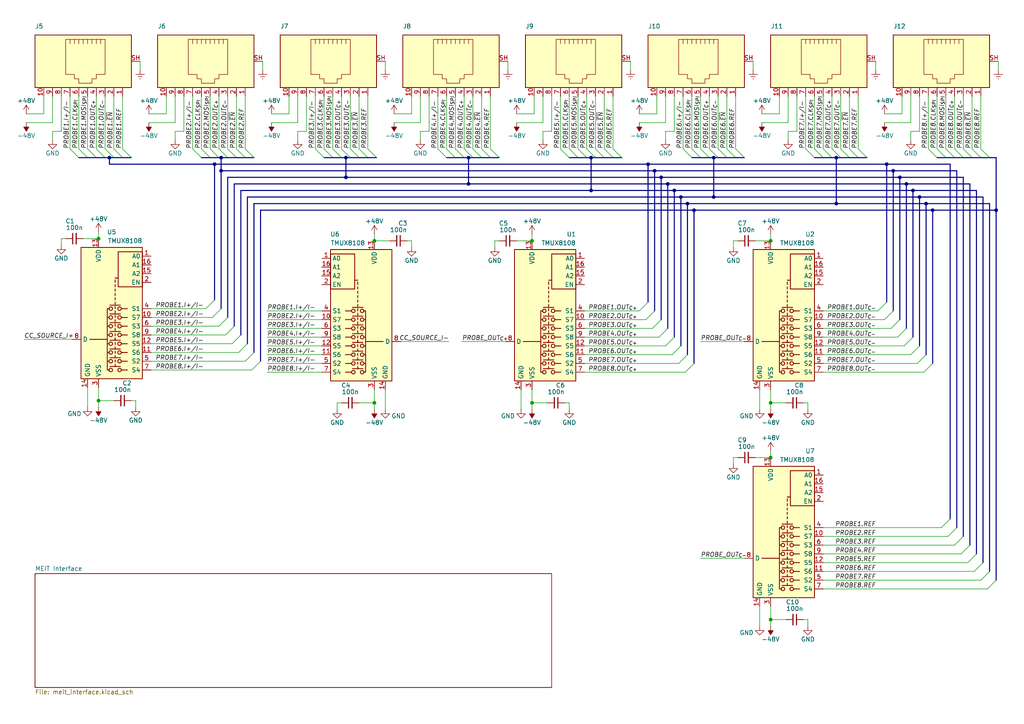
<source format=kicad_sch>
(kicad_sch (version 20230121) (generator eeschema)
  (paper "A4")
  (title_block (title "MEIT - Multiplexer unit ") (date "2024-05-27") (rev "1.0") (company "Roman Vaněk") (comment 1 "Schematic diagram KiCad 7.0") (comment 2 "Roman Vaněk"))
  (lib_symbols
    (symbol "Device:C_Small" (pin_numbers hide) (pin_names (offset 0.254) hide)
      (property "Reference" "C" (at 0.254 1.778 0))
      (property "Value" "C_Small" (at 0.254 -2.032 0))
      (symbol "C_Small_1_1"
        (pin passive line (at 0 2.54 270) (length 2.032) (name "~") (number "1"))
        (pin passive line (at 0 -2.54 90) (length 2.032) (name "~") (number "2"))
      )
    )
    (symbol "USER_ANALOG:TMUX8108"
      (property "Reference" "U2" (at -11.43 25.4 0))
      (property "Value" "TMUX8108" (at -10.16 22.86 0))
      (symbol "TMUX8108_0_0"
        (pin power_in line (at 8.255 -20.32 90) (length 2.54) (name "GND") (number "14"))
      )
      (symbol "TMUX8108_1_1"
        (pin input line (at -10.16 17.78 0) (length 2.54) (name "A0") (number "1"))
        (pin bidirectional line (at -10.16 0 0) (length 2.54) (name "S7") (number "10"))
        (pin bidirectional line (at -10.16 -10.16 0) (length 2.54) (name "S6") (number "11"))
        (pin bidirectional line (at -10.16 -7.62 0) (length 2.54) (name "S5") (number "12"))
        (pin power_in line (at 5.08 22.86 270) (length 2.54) (name "VDD") (number "13"))
        (pin input line (at -10.16 12.7 0) (length 2.54) (name "A2") (number "15"))
        (pin input line (at -10.16 15.24 0) (length 2.54) (name "A1") (number "16"))
        (pin input line (at -10.16 10.16 0) (length 2.54) (name "EN") (number "2"))
        (pin power_in line (at 5.08 -20.32 90) (length 2.54) (name "VSS") (number "3"))
        (pin bidirectional line (at -10.16 2.54 0) (length 2.54) (name "S1") (number "4"))
        (pin bidirectional line (at -10.16 -12.7 0) (length 2.54) (name "S2") (number "5"))
        (pin bidirectional line (at -10.16 -2.54 0) (length 2.54) (name "S3") (number "6"))
        (pin bidirectional line (at -10.16 -15.24 0) (length 2.54) (name "S4") (number "7"))
        (pin bidirectional line (at 12.7 -6.35 180) (length 2.54) (name "D") (number "8"))
        (pin bidirectional line (at -10.16 -5.08 0) (length 2.54) (name "S8") (number "9"))
      )
    )
    (symbol "USER_CONN:10P10C_Shielded" (pin_names (offset 1.016))
      (property "Reference" "J" (at -5.08 16.51 0))
      (property "Value" "10P10C_Shielded" (at 2.54 16.51 0))
      (symbol "10P10C_Shielded_1_1"
        (pin passive line (at 10.16 -10.16 180) (length 2.54) (name "~") (number "1"))
        (pin passive line (at 10.16 12.7 180) (length 2.54) (name "~") (number "10"))
        (pin passive line (at 10.16 -7.62 180) (length 2.54) (name "~") (number "2"))
        (pin passive line (at 10.16 -5.08 180) (length 2.54) (name "~") (number "3"))
        (pin passive line (at 10.16 -2.54 180) (length 2.54) (name "~") (number "4"))
        (pin passive line (at 10.16 0 180) (length 2.54) (name "~") (number "5"))
        (pin passive line (at 10.16 2.54 180) (length 2.54) (name "~") (number "6"))
        (pin passive line (at 10.16 5.08 180) (length 2.54) (name "~") (number "7"))
        (pin passive line (at 10.16 7.62 180) (length 2.54) (name "~") (number "8"))
        (pin passive line (at 10.16 10.16 180) (length 2.54) (name "~") (number "9"))
        (pin passive line (at 0 -15.24 90) (length 2.54) (name "~") (number "SH"))
      )
    )
    (symbol "power:+48V" (power) (pin_names (offset 0))
      (property "Value" "+48V" (at 0 3.556 0))
      (symbol "+48V_1_1"
        (pin power_in line (at 0 0 90) (length 0) hide (name "+48V") (number "1"))
      )
    )
    (symbol "power:-48V" (power) (pin_names (offset 0))
      (property "Value" "-48V" (at 0 3.81 0))
      (symbol "-48V_0_0"
        (pin power_in line (at 0 0 90) (length 0) hide (name "-48V") (number "1"))
      )
    )
    (symbol "power:Earth" (power) (pin_names (offset 0))
      (symbol "Earth_1_1"
        (pin power_in line (at 0 0 270) (length 0) hide (name "Earth") (number "1"))
      )
    )
    (symbol "power:GND" (power) (pin_names (offset 0))
      (property "Value" "GND" (at 0 -3.81 0))
      (symbol "GND_1_1"
        (pin power_in line (at 0 0 270) (length 0) hide (name "GND") (number "1"))
      )
    )
  )
  (junction (at 223.52 116.84))
  (junction (at 64.135 49.53))
  (junction (at 223.52 132.715))
  (junction (at 106.68 -34.925))
  (junction (at 171.45 55.245))
  (junction (at 195.58 55.245))
  (junction (at 100.33 51.435))
  (junction (at 266.7 57.15))
  (junction (at 108.585 116.84))
  (junction (at 270.51 60.96))
  (junction (at 100.33 45.72))
  (junction (at 259.08 49.53))
  (junction (at 191.77 51.435))
  (junction (at 207.01 57.15))
  (junction (at 268.605 59.055))
  (junction (at 223.52 69.85))
  (junction (at 193.675 53.34))
  (junction (at 31.75 45.72))
  (junction (at 197.485 57.15))
  (junction (at 223.52 179.705))
  (junction (at 242.57 59.055))
  (junction (at 201.295 60.96))
  (junction (at 288.925 60.96))
  (junction (at 171.45 45.72))
  (junction (at 135.89 45.72))
  (junction (at 262.89 53.34))
  (junction (at 28.575 116.205))
  (junction (at 154.305 69.85))
  (junction (at 108.585 69.85))
  (junction (at 264.795 55.245))
  (junction (at 242.57 45.72))
  (junction (at 260.985 51.435))
  (junction (at 187.96 47.625))
  (junction (at 199.39 59.055))
  (junction (at 257.175 47.625))
  (junction (at 62.23 47.625))
  (junction (at 135.89 53.34))
  (junction (at 189.865 49.53))
  (junction (at 154.305 116.84))
  (junction (at 207.01 45.72))
  (junction (at 64.135 45.72))
  (junction (at 28.575 69.215))
  (bus_entry (at 137.16 43.18) (size 2.54 2.54))
  (bus_entry (at 63.5 94.615) (size 2.54 -2.54))
  (bus_entry (at 284.48 43.18) (size 2.54 2.54))
  (bus_entry (at 61.595 92.075) (size 2.54 -2.54))
  (bus_entry (at 196.85 105.41) (size 2.54 -2.54))
  (bus_entry (at 66.04 43.18) (size 2.54 2.54))
  (bus_entry (at 254.635 90.17) (size 2.54 -2.54))
  (bus_entry (at 167.64 43.18) (size 2.54 2.54))
  (bus_entry (at 198.12 43.18) (size 2.54 2.54))
  (bus_entry (at 165.1 43.18) (size 2.54 2.54))
  (bus_entry (at 258.445 95.25) (size 2.54 -2.54))
  (bus_entry (at 106.68 43.18) (size 2.54 2.54))
  (bus_entry (at 96.52 43.18) (size 2.54 2.54))
  (bus_entry (at 162.56 43.18) (size 2.54 2.54))
  (bus_entry (at 203.2 43.18) (size 2.54 2.54))
  (bus_entry (at 187.325 92.71) (size 2.54 -2.54))
  (bus_entry (at 71.12 104.775) (size 2.54 -2.54))
  (bus_entry (at 71.12 43.18) (size 2.54 2.54))
  (bus_entry (at 58.42 43.18) (size 2.54 2.54))
  (bus_entry (at 27.94 43.18) (size 2.54 2.54))
  (bus_entry (at 233.68 43.18) (size 2.54 2.54))
  (bus_entry (at 67.31 99.695) (size 2.54 -2.54))
  (bus_entry (at 177.8 43.18) (size 2.54 2.54))
  (bus_entry (at 132.08 43.18) (size 2.54 2.54))
  (bus_entry (at 281.94 43.18) (size 2.54 2.54))
  (bus_entry (at 273.05 153.035) (size 2.54 -2.54))
  (bus_entry (at 213.36 43.18) (size 2.54 2.54))
  (bus_entry (at 35.56 43.18) (size 2.54 2.54))
  (bus_entry (at 65.405 97.155) (size 2.54 -2.54))
  (bus_entry (at 59.69 89.535) (size 2.54 -2.54))
  (bus_entry (at 127 43.18) (size 2.54 2.54))
  (bus_entry (at 101.6 43.18) (size 2.54 2.54))
  (bus_entry (at 236.22 43.18) (size 2.54 2.54))
  (bus_entry (at 278.765 160.655) (size 2.54 -2.54))
  (bus_entry (at 269.24 43.18) (size 2.54 2.54))
  (bus_entry (at 208.28 43.18) (size 2.54 2.54))
  (bus_entry (at 256.54 92.71) (size 2.54 -2.54))
  (bus_entry (at 194.945 102.87) (size 2.54 -2.54))
  (bus_entry (at 33.02 43.18) (size 2.54 2.54))
  (bus_entry (at 104.14 43.18) (size 2.54 2.54))
  (bus_entry (at 175.26 43.18) (size 2.54 2.54))
  (bus_entry (at 73.025 107.315) (size 2.54 -2.54))
  (bus_entry (at 20.32 43.18) (size 2.54 2.54))
  (bus_entry (at 210.82 43.18) (size 2.54 2.54))
  (bus_entry (at 276.86 158.115) (size 2.54 -2.54))
  (bus_entry (at 30.48 43.18) (size 2.54 2.54))
  (bus_entry (at 134.62 43.18) (size 2.54 2.54))
  (bus_entry (at 264.16 102.87) (size 2.54 -2.54))
  (bus_entry (at 63.5 43.18) (size 2.54 2.54))
  (bus_entry (at 205.74 43.18) (size 2.54 2.54))
  (bus_entry (at 172.72 43.18) (size 2.54 2.54))
  (bus_entry (at 170.18 43.18) (size 2.54 2.54))
  (bus_entry (at 55.88 43.18) (size 2.54 2.54))
  (bus_entry (at 191.135 97.79) (size 2.54 -2.54))
  (bus_entry (at 276.86 43.18) (size 2.54 2.54))
  (bus_entry (at 262.255 100.33) (size 2.54 -2.54))
  (bus_entry (at 274.955 155.575) (size 2.54 -2.54))
  (bus_entry (at 22.86 43.18) (size 2.54 2.54))
  (bus_entry (at 69.215 102.235) (size 2.54 -2.54))
  (bus_entry (at 91.44 43.18) (size 2.54 2.54))
  (bus_entry (at 198.755 107.95) (size 2.54 -2.54))
  (bus_entry (at 189.23 95.25) (size 2.54 -2.54))
  (bus_entry (at 60.96 43.18) (size 2.54 2.54))
  (bus_entry (at 238.76 43.18) (size 2.54 2.54))
  (bus_entry (at 266.065 105.41) (size 2.54 -2.54))
  (bus_entry (at 25.4 43.18) (size 2.54 2.54))
  (bus_entry (at 286.385 170.815) (size 2.54 -2.54))
  (bus_entry (at 248.92 43.18) (size 2.54 2.54))
  (bus_entry (at 280.67 163.195) (size 2.54 -2.54))
  (bus_entry (at 243.84 43.18) (size 2.54 2.54))
  (bus_entry (at 274.32 43.18) (size 2.54 2.54))
  (bus_entry (at 271.78 43.18) (size 2.54 2.54))
  (bus_entry (at 68.58 43.18) (size 2.54 2.54))
  (bus_entry (at 200.66 43.18) (size 2.54 2.54))
  (bus_entry (at 129.54 43.18) (size 2.54 2.54))
  (bus_entry (at 93.98 43.18) (size 2.54 2.54))
  (bus_entry (at 267.97 107.95) (size 2.54 -2.54))
  (bus_entry (at 139.7 43.18) (size 2.54 2.54))
  (bus_entry (at 284.48 168.275) (size 2.54 -2.54))
  (bus_entry (at 99.06 43.18) (size 2.54 2.54))
  (bus_entry (at 193.04 100.33) (size 2.54 -2.54))
  (bus_entry (at 282.575 165.735) (size 2.54 -2.54))
  (bus_entry (at 142.24 43.18) (size 2.54 2.54))
  (bus_entry (at 241.3 43.18) (size 2.54 2.54))
  (bus_entry (at 260.35 97.79) (size 2.54 -2.54))
  (bus_entry (at 279.4 43.18) (size 2.54 2.54))
  (bus_entry (at 185.42 90.17) (size 2.54 -2.54))
  (bus_entry (at 246.38 43.18) (size 2.54 2.54))
  (wire (pts (xy 108.585 116.84) (xy 108.585 118.745)))
  (bus (pts (xy 71.755 57.15) (xy 71.755 99.695)))
  (wire (pts (xy 227.965 179.705) (xy 223.52 179.705)))
  (bus (pts (xy 27.94 45.72) (xy 30.48 45.72)))
  (wire (pts (xy 198.12 27.94) (xy 198.12 43.18)))
  (bus (pts (xy 67.945 53.34) (xy 67.945 94.615)))
  (bus (pts (xy 271.78 45.72) (xy 274.32 45.72)))
  (wire (pts (xy 238.76 100.33) (xy 262.255 100.33)))
  (wire (pts (xy 158.75 116.84) (xy 154.305 116.84)))
  (wire (pts (xy 20.32 27.94) (xy 20.32 43.18)))
  (bus (pts (xy 96.52 45.72) (xy 99.06 45.72)))
  (wire (pts (xy 281.94 27.94) (xy 281.94 43.18)))
  (bus (pts (xy 135.89 53.34) (xy 135.89 45.72)))
  (bus (pts (xy 264.795 55.245) (xy 283.21 55.245)))
  (wire (pts (xy 226.06 27.94) (xy 226.06 33.02)))
  (bus (pts (xy 268.605 59.055) (xy 268.605 102.87)))
  (wire (pts (xy 74.295 -44.45) (xy 74.295 -57.15)))
  (wire (pts (xy 193.04 38.1) (xy 193.04 40.64)))
  (bus (pts (xy 73.66 59.055) (xy 73.66 102.235)))
  (bus (pts (xy 201.295 60.96) (xy 270.51 60.96)))
  (wire (pts (xy 43.815 102.235) (xy 69.215 102.235)))
  (bus (pts (xy 170.18 45.72) (xy 171.45 45.72)))
  (wire (pts (xy 238.76 163.195) (xy 280.67 163.195)))
  (bus (pts (xy 75.565 60.96) (xy 201.295 60.96)))
  (wire (pts (xy 68.58 27.94) (xy 68.58 43.18)))
  (wire (pts (xy 157.48 27.94) (xy 157.48 35.56)))
  (wire (pts (xy 93.98 27.94) (xy 93.98 43.18)))
  (wire (pts (xy 108.585 67.945) (xy 108.585 69.85)))
  (bus (pts (xy 100.33 45.72) (xy 101.6 45.72)))
  (bus (pts (xy 165.1 45.72) (xy 167.64 45.72)))
  (wire (pts (xy 238.76 95.25) (xy 258.445 95.25)))
  (wire (pts (xy 236.22 27.94) (xy 236.22 43.18)))
  (wire (pts (xy 119.38 33.02) (xy 114.3 33.02)))
  (wire (pts (xy 33.02 116.205) (xy 28.575 116.205)))
  (wire (pts (xy 28.575 112.395) (xy 28.575 116.205)))
  (wire (pts (xy 15.24 35.56) (xy 7.62 35.56)))
  (wire (pts (xy 177.8 27.94) (xy 177.8 43.18)))
  (wire (pts (xy 60.96 27.94) (xy 60.96 43.18)))
  (wire (pts (xy 208.28 27.94) (xy 208.28 43.18)))
  (wire (pts (xy 108.585 113.03) (xy 108.585 116.84)))
  (wire (pts (xy 163.83 116.84) (xy 165.1 116.84)))
  (wire (pts (xy 193.04 38.1) (xy 195.58 38.1)))
  (bus (pts (xy 242.57 45.72) (xy 243.84 45.72)))
  (bus (pts (xy 167.64 45.72) (xy 170.18 45.72)))
  (wire (pts (xy 121.92 27.94) (xy 121.92 35.56)))
  (bus (pts (xy 242.57 59.055) (xy 242.57 45.72)))
  (wire (pts (xy 227.965 116.84) (xy 223.52 116.84)))
  (bus (pts (xy 264.795 55.245) (xy 264.795 97.79)))
  (bus (pts (xy 175.26 45.72) (xy 177.8 45.72)))
  (bus (pts (xy 193.675 53.34) (xy 193.675 95.25)))
  (bus (pts (xy 132.08 45.72) (xy 134.62 45.72)))
  (bus (pts (xy 248.92 45.72) (xy 251.46 45.72)))
  (wire (pts (xy 28.575 116.205) (xy 28.575 118.11)))
  (bus (pts (xy 264.795 55.245) (xy 195.58 55.245)))
  (wire (pts (xy 264.16 27.94) (xy 264.16 35.56)))
  (bus (pts (xy 260.985 51.435) (xy 191.77 51.435)))
  (wire (pts (xy 40.64 20.32) (xy 40.64 17.78)))
  (wire (pts (xy 228.6 38.1) (xy 231.14 38.1)))
  (wire (pts (xy 238.76 153.035) (xy 273.05 153.035)))
  (bus (pts (xy 171.45 55.245) (xy 171.45 45.72)))
  (wire (pts (xy 24.13 69.215) (xy 28.575 69.215)))
  (wire (pts (xy 160.02 38.1) (xy 160.02 27.94)))
  (wire (pts (xy 64.135 -57.15) (xy 64.135 -44.45)))
  (bus (pts (xy 274.32 45.72) (xy 276.86 45.72)))
  (wire (pts (xy 193.04 35.56) (xy 185.42 35.56)))
  (wire (pts (xy 130.175 99.06) (xy 116.205 99.06)))
  (wire (pts (xy 279.4 27.94) (xy 279.4 43.18)))
  (wire (pts (xy 88.9 38.1) (xy 88.9 27.94)))
  (wire (pts (xy 12.7 33.02) (xy 7.62 33.02)))
  (wire (pts (xy 33.02 27.94) (xy 33.02 43.18)))
  (wire (pts (xy 43.815 99.695) (xy 67.31 99.695)))
  (wire (pts (xy 121.92 38.1) (xy 121.92 40.64)))
  (wire (pts (xy 169.545 100.33) (xy 193.04 100.33)))
  (wire (pts (xy 121.92 35.56) (xy 114.3 35.56)))
  (wire (pts (xy 213.995 69.85) (xy 212.725 69.85)))
  (wire (pts (xy 238.76 27.94) (xy 238.76 43.18)))
  (wire (pts (xy 149.86 69.85) (xy 154.305 69.85)))
  (wire (pts (xy 27.94 27.94) (xy 27.94 43.18)))
  (bus (pts (xy 262.89 53.34) (xy 262.89 95.25)))
  (wire (pts (xy 142.24 27.94) (xy 142.24 43.18)))
  (wire (pts (xy 43.815 92.075) (xy 61.595 92.075)))
  (wire (pts (xy 169.545 105.41) (xy 196.85 105.41)))
  (bus (pts (xy 284.48 45.72) (xy 287.02 45.72)))
  (wire (pts (xy 35.56 27.94) (xy 35.56 43.18)))
  (wire (pts (xy 15.24 38.1) (xy 15.24 40.64)))
  (wire (pts (xy 266.7 38.1) (xy 266.7 27.94)))
  (bus (pts (xy 75.565 60.96) (xy 75.565 104.775)))
  (wire (pts (xy 271.78 27.94) (xy 271.78 43.18)))
  (bus (pts (xy 281.305 53.34) (xy 262.89 53.34)))
  (bus (pts (xy 275.59 47.625) (xy 257.175 47.625)))
  (bus (pts (xy 279.4 51.435) (xy 260.985 51.435)))
  (wire (pts (xy 238.76 168.275) (xy 284.48 168.275)))
  (bus (pts (xy 259.08 49.53) (xy 189.865 49.53)))
  (wire (pts (xy 175.26 27.94) (xy 175.26 43.18)))
  (wire (pts (xy 96.52 27.94) (xy 96.52 43.18)))
  (bus (pts (xy 66.04 51.435) (xy 66.04 92.075)))
  (wire (pts (xy 238.76 92.71) (xy 256.54 92.71)))
  (wire (pts (xy 55.88 27.94) (xy 55.88 43.18)))
  (wire (pts (xy 17.78 38.1) (xy 17.78 27.94)))
  (wire (pts (xy 50.8 27.94) (xy 50.8 35.56)))
  (bus (pts (xy 142.24 45.72) (xy 144.78 45.72)))
  (bus (pts (xy 210.82 45.72) (xy 213.36 45.72)))
  (bus (pts (xy 187.96 47.625) (xy 62.23 47.625)))
  (wire (pts (xy 50.8 38.1) (xy 53.34 38.1)))
  (bus (pts (xy 276.86 45.72) (xy 279.4 45.72)))
  (wire (pts (xy 71.12 27.94) (xy 71.12 43.18)))
  (wire (pts (xy 223.52 67.945) (xy 223.52 69.85)))
  (bus (pts (xy 199.39 59.055) (xy 242.57 59.055)))
  (wire (pts (xy 59.055 -34.925) (xy 59.055 -57.15)))
  (wire (pts (xy 83.82 33.02) (xy 78.74 33.02)))
  (bus (pts (xy 285.115 57.15) (xy 266.7 57.15)))
  (wire (pts (xy 43.815 94.615) (xy 63.5 94.615)))
  (bus (pts (xy 93.98 45.72) (xy 96.52 45.72)))
  (wire (pts (xy 119.38 27.94) (xy 119.38 33.02)))
  (wire (pts (xy 111.76 20.32) (xy 111.76 17.78)))
  (wire (pts (xy 93.345 92.71) (xy 77.47 92.71)))
  (wire (pts (xy 19.05 69.215) (xy 17.78 69.215)))
  (bus (pts (xy 187.96 47.625) (xy 187.96 87.63)))
  (bus (pts (xy 285.115 57.15) (xy 285.115 163.195)))
  (wire (pts (xy 15.24 27.94) (xy 15.24 35.56)))
  (wire (pts (xy 15.24 38.1) (xy 17.78 38.1)))
  (bus (pts (xy 100.33 51.435) (xy 100.33 45.72)))
  (bus (pts (xy 238.76 45.72) (xy 241.3 45.72)))
  (wire (pts (xy 121.92 38.1) (xy 124.46 38.1)))
  (bus (pts (xy 191.77 51.435) (xy 100.33 51.435)))
  (bus (pts (xy 58.42 45.72) (xy 60.96 45.72)))
  (bus (pts (xy 129.54 45.72) (xy 132.08 45.72)))
  (wire (pts (xy 231.14 38.1) (xy 231.14 27.94)))
  (bus (pts (xy 69.85 55.245) (xy 69.85 97.155)))
  (wire (pts (xy 51.435 -16.51) (xy 51.435 -57.15)))
  (bus (pts (xy 195.58 55.245) (xy 195.58 97.79)))
  (wire (pts (xy 228.6 35.56) (xy 220.98 35.56)))
  (wire (pts (xy 25.4 27.94) (xy 25.4 43.18)))
  (wire (pts (xy 106.68 -34.925) (xy 106.68 -20.32)))
  (wire (pts (xy 118.11 69.85) (xy 119.38 69.85)))
  (bus (pts (xy 35.56 45.72) (xy 38.1 45.72)))
  (bus (pts (xy 281.305 53.34) (xy 281.305 158.115)))
  (wire (pts (xy 218.44 20.32) (xy 218.44 17.78)))
  (wire (pts (xy 48.26 27.94) (xy 48.26 33.02)))
  (wire (pts (xy 104.14 27.94) (xy 104.14 43.18)))
  (wire (pts (xy 99.06 116.84) (xy 97.79 116.84)))
  (wire (pts (xy 172.72 27.94) (xy 172.72 43.18)))
  (bus (pts (xy 257.175 47.625) (xy 187.96 47.625)))
  (wire (pts (xy 195.58 38.1) (xy 195.58 27.94)))
  (wire (pts (xy 246.38 27.94) (xy 246.38 43.18)))
  (bus (pts (xy 270.51 60.96) (xy 288.925 60.96)))
  (bus (pts (xy 241.3 45.72) (xy 242.57 45.72)))
  (bus (pts (xy 203.2 45.72) (xy 205.74 45.72)))
  (wire (pts (xy 220.345 113.03) (xy 220.345 118.745)))
  (bus (pts (xy 189.865 49.53) (xy 64.135 49.53)))
  (wire (pts (xy 139.7 27.94) (xy 139.7 43.18)))
  (bus (pts (xy 270.51 60.96) (xy 270.51 105.41)))
  (bus (pts (xy 283.21 55.245) (xy 283.21 160.655)))
  (wire (pts (xy 228.6 27.94) (xy 228.6 35.56)))
  (bus (pts (xy 197.485 57.15) (xy 197.485 100.33)))
  (wire (pts (xy 132.08 27.94) (xy 132.08 43.18)))
  (bus (pts (xy 139.7 45.72) (xy 142.24 45.72)))
  (wire (pts (xy 284.48 27.94) (xy 284.48 43.18)))
  (bus (pts (xy 69.85 55.245) (xy 171.45 55.245)))
  (wire (pts (xy 264.16 38.1) (xy 266.7 38.1)))
  (wire (pts (xy 137.16 27.94) (xy 137.16 43.18)))
  (bus (pts (xy 191.77 51.435) (xy 191.77 92.71)))
  (wire (pts (xy 210.82 27.94) (xy 210.82 43.18)))
  (wire (pts (xy 205.74 27.94) (xy 205.74 43.18)))
  (bus (pts (xy 268.605 59.055) (xy 287.02 59.055)))
  (bus (pts (xy 243.84 45.72) (xy 246.38 45.72)))
  (wire (pts (xy 83.82 27.94) (xy 83.82 33.02)))
  (wire (pts (xy 169.545 102.87) (xy 194.945 102.87)))
  (wire (pts (xy 220.345 175.895) (xy 220.345 181.61)))
  (bus (pts (xy 189.865 49.53) (xy 189.865 90.17)))
  (wire (pts (xy 151.13 113.03) (xy 151.13 118.745)))
  (wire (pts (xy 234.315 179.705) (xy 234.315 181.61)))
  (wire (pts (xy 134.62 27.94) (xy 134.62 43.18)))
  (bus (pts (xy 268.605 59.055) (xy 242.57 59.055)))
  (bus (pts (xy 71.755 57.15) (xy 197.485 57.15)))
  (wire (pts (xy 276.86 27.94) (xy 276.86 43.18)))
  (wire (pts (xy 219.075 132.715) (xy 223.52 132.715)))
  (wire (pts (xy 248.92 27.94) (xy 248.92 43.18)))
  (wire (pts (xy 50.8 35.56) (xy 43.18 35.56)))
  (bus (pts (xy 260.985 51.435) (xy 260.985 92.71)))
  (wire (pts (xy 241.3 27.94) (xy 241.3 43.18)))
  (wire (pts (xy 238.76 97.79) (xy 260.35 97.79)))
  (bus (pts (xy 262.89 53.34) (xy 193.675 53.34)))
  (wire (pts (xy 238.76 105.41) (xy 266.065 105.41)))
  (bus (pts (xy 171.45 45.72) (xy 172.72 45.72)))
  (wire (pts (xy 39.37 116.205) (xy 39.37 118.11)))
  (bus (pts (xy 213.36 45.72) (xy 215.9 45.72)))
  (wire (pts (xy 157.48 38.1) (xy 160.02 38.1)))
  (wire (pts (xy 76.2 20.32) (xy 76.2 17.78)))
  (bus (pts (xy 208.28 45.72) (xy 210.82 45.72)))
  (wire (pts (xy 169.545 92.71) (xy 187.325 92.71)))
  (wire (pts (xy 157.48 35.56) (xy 149.86 35.56)))
  (wire (pts (xy 97.79 116.84) (xy 97.79 118.745)))
  (wire (pts (xy 200.66 27.94) (xy 200.66 43.18)))
  (wire (pts (xy 147.32 20.32) (xy 147.32 17.78)))
  (wire (pts (xy 264.16 35.56) (xy 256.54 35.56)))
  (wire (pts (xy 238.76 160.655) (xy 278.765 160.655)))
  (bus (pts (xy 287.02 59.055) (xy 287.02 165.735)))
  (wire (pts (xy 43.815 89.535) (xy 59.69 89.535)))
  (bus (pts (xy 22.86 45.72) (xy 25.4 45.72)))
  (wire (pts (xy 182.88 20.32) (xy 182.88 17.78)))
  (wire (pts (xy 101.6 27.94) (xy 101.6 43.18)))
  (wire (pts (xy 223.52 116.84) (xy 223.52 118.745)))
  (wire (pts (xy 223.52 130.81) (xy 223.52 132.715)))
  (bus (pts (xy 207.01 45.72) (xy 208.28 45.72)))
  (wire (pts (xy 111.76 113.03) (xy 111.76 118.745)))
  (bus (pts (xy 30.48 45.72) (xy 31.75 45.72)))
  (wire (pts (xy 56.515 -23.495) (xy 56.515 -57.15)))
  (wire (pts (xy 226.06 33.02) (xy 220.98 33.02)))
  (bus (pts (xy 101.6 45.72) (xy 104.14 45.72)))
  (wire (pts (xy 154.94 27.94) (xy 154.94 33.02)))
  (wire (pts (xy 58.42 27.94) (xy 58.42 43.18)))
  (bus (pts (xy 104.14 45.72) (xy 106.68 45.72)))
  (wire (pts (xy 170.18 27.94) (xy 170.18 43.18)))
  (bus (pts (xy 135.89 53.34) (xy 193.675 53.34)))
  (bus (pts (xy 67.945 53.34) (xy 135.89 53.34)))
  (bus (pts (xy 288.925 60.96) (xy 288.925 168.275)))
  (bus (pts (xy 259.08 49.53) (xy 259.08 90.17)))
  (wire (pts (xy 66.675 -37.465) (xy 66.675 -57.15)))
  (bus (pts (xy 31.75 45.72) (xy 33.02 45.72)))
  (bus (pts (xy 64.135 45.72) (xy 66.04 45.72)))
  (bus (pts (xy 246.38 45.72) (xy 248.92 45.72)))
  (wire (pts (xy 219.075 69.85) (xy 223.52 69.85)))
  (wire (pts (xy 215.9 99.06) (xy 203.2 99.06)))
  (bus (pts (xy 62.23 47.625) (xy 31.75 47.625)))
  (bus (pts (xy 281.94 45.72) (xy 284.48 45.72)))
  (wire (pts (xy 124.46 38.1) (xy 124.46 27.94)))
  (wire (pts (xy 106.68 27.94) (xy 106.68 43.18)))
  (bus (pts (xy 207.01 57.15) (xy 207.01 45.72)))
  (wire (pts (xy 143.51 69.85) (xy 143.51 71.755)))
  (wire (pts (xy 269.24 27.94) (xy 269.24 43.18)))
  (wire (pts (xy 154.305 67.945) (xy 154.305 69.85)))
  (wire (pts (xy 165.1 27.94) (xy 165.1 43.18)))
  (wire (pts (xy 28.575 67.31) (xy 28.575 69.215)))
  (bus (pts (xy 33.02 45.72) (xy 35.56 45.72)))
  (wire (pts (xy 43.815 104.775) (xy 71.12 104.775)))
  (wire (pts (xy 93.345 95.25) (xy 77.47 95.25)))
  (wire (pts (xy 63.5 27.94) (xy 63.5 43.18)))
  (wire (pts (xy 203.2 27.94) (xy 203.2 43.18)))
  (bus (pts (xy 64.135 45.72) (xy 64.135 49.53)))
  (bus (pts (xy 195.58 55.245) (xy 171.45 55.245)))
  (wire (pts (xy 106.68 -44.45) (xy 106.68 -34.925)))
  (wire (pts (xy 154.305 116.84) (xy 154.305 118.745)))
  (wire (pts (xy 74.295 -44.45) (xy 106.68 -44.45)))
  (bus (pts (xy 31.75 47.625) (xy 31.75 45.72)))
  (bus (pts (xy 257.175 47.625) (xy 257.175 87.63)))
  (bus (pts (xy 279.4 45.72) (xy 281.94 45.72)))
  (wire (pts (xy 86.36 27.94) (xy 86.36 35.56)))
  (bus (pts (xy 73.66 59.055) (xy 199.39 59.055)))
  (wire (pts (xy 12.7 27.94) (xy 12.7 33.02)))
  (wire (pts (xy 30.48 27.94) (xy 30.48 43.18)))
  (bus (pts (xy 66.04 45.72) (xy 68.58 45.72)))
  (wire (pts (xy 91.44 27.94) (xy 91.44 43.18)))
  (bus (pts (xy 199.39 59.055) (xy 199.39 102.87)))
  (wire (pts (xy 146.685 99.06) (xy 133.985 99.06)))
  (wire (pts (xy 254 20.32) (xy 254 17.78)))
  (wire (pts (xy 215.9 161.925) (xy 203.2 161.925)))
  (wire (pts (xy 238.76 102.87) (xy 264.16 102.87)))
  (bus (pts (xy 266.7 57.15) (xy 266.7 100.33)))
  (bus (pts (xy 275.59 47.625) (xy 275.59 150.495)))
  (wire (pts (xy 69.215 -37.465) (xy 69.215 -57.15)))
  (wire (pts (xy 264.16 38.1) (xy 264.16 40.64)))
  (wire (pts (xy 238.76 155.575) (xy 274.955 155.575)))
  (wire (pts (xy 129.54 27.94) (xy 129.54 43.18)))
  (wire (pts (xy 49.53 -16.51) (xy 51.435 -16.51)))
  (wire (pts (xy 238.76 165.735) (xy 282.575 165.735)))
  (wire (pts (xy 99.06 27.94) (xy 99.06 43.18)))
  (wire (pts (xy 234.315 116.84) (xy 234.315 118.745)))
  (wire (pts (xy 71.755 -44.45) (xy 71.755 -57.15)))
  (wire (pts (xy 233.045 116.84) (xy 234.315 116.84)))
  (wire (pts (xy 169.545 107.95) (xy 198.755 107.95)))
  (wire (pts (xy 53.975 -16.51) (xy 55.88 -16.51)))
  (wire (pts (xy 154.305 113.03) (xy 154.305 116.84)))
  (wire (pts (xy 261.62 27.94) (xy 261.62 33.02)))
  (wire (pts (xy 50.8 38.1) (xy 50.8 40.64)))
  (wire (pts (xy 144.78 69.85) (xy 143.51 69.85)))
  (bus (pts (xy 288.925 45.72) (xy 287.02 45.72)))
  (wire (pts (xy 127 27.94) (xy 127 43.18)))
  (wire (pts (xy 113.03 69.85) (xy 108.585 69.85)))
  (wire (pts (xy 43.815 97.155) (xy 65.405 97.155)))
  (wire (pts (xy 212.725 132.715) (xy 212.725 134.62)))
  (wire (pts (xy 119.38 69.85) (xy 119.38 71.755)))
  (bus (pts (xy 135.89 45.72) (xy 137.16 45.72)))
  (wire (pts (xy 190.5 33.02) (xy 185.42 33.02)))
  (wire (pts (xy 165.1 116.84) (xy 165.1 118.745)))
  (bus (pts (xy 137.16 45.72) (xy 139.7 45.72)))
  (wire (pts (xy 17.78 69.215) (xy 17.78 71.12)))
  (wire (pts (xy 190.5 27.94) (xy 190.5 33.02)))
  (bus (pts (xy 197.485 57.15) (xy 207.01 57.15)))
  (wire (pts (xy 169.545 90.17) (xy 185.42 90.17)))
  (wire (pts (xy 86.36 35.56) (xy 78.74 35.56)))
  (wire (pts (xy 93.345 102.87) (xy 77.47 102.87)))
  (wire (pts (xy 238.76 158.115) (xy 276.86 158.115)))
  (wire (pts (xy 213.36 27.94) (xy 213.36 43.18)))
  (wire (pts (xy 43.815 107.315) (xy 73.025 107.315)))
  (bus (pts (xy 64.135 49.53) (xy 64.135 89.535)))
  (wire (pts (xy 213.995 132.715) (xy 212.725 132.715)))
  (wire (pts (xy 243.84 27.94) (xy 243.84 43.18)))
  (bus (pts (xy 134.62 45.72) (xy 135.89 45.72)))
  (bus (pts (xy 68.58 45.72) (xy 71.12 45.72)))
  (bus (pts (xy 266.7 57.15) (xy 207.01 57.15)))
  (bus (pts (xy 172.72 45.72) (xy 175.26 45.72)))
  (wire (pts (xy 169.545 95.25) (xy 189.23 95.25)))
  (bus (pts (xy 25.4 45.72) (xy 27.94 45.72)))
  (wire (pts (xy 261.62 33.02) (xy 256.54 33.02)))
  (wire (pts (xy 38.1 116.205) (xy 39.37 116.205)))
  (wire (pts (xy 22.86 27.94) (xy 22.86 43.18)))
  (wire (pts (xy 93.345 107.95) (xy 77.47 107.95)))
  (wire (pts (xy 154.94 33.02) (xy 149.86 33.02)))
  (wire (pts (xy 61.595 -57.15) (xy 61.595 -44.45)))
  (bus (pts (xy 205.74 45.72) (xy 207.01 45.72)))
  (wire (pts (xy 289.56 20.32) (xy 289.56 17.78)))
  (bus (pts (xy 106.68 45.72) (xy 109.22 45.72)))
  (wire (pts (xy 238.76 107.95) (xy 267.97 107.95)))
  (wire (pts (xy 86.36 38.1) (xy 88.9 38.1)))
  (wire (pts (xy 223.52 113.03) (xy 223.52 116.84)))
  (wire (pts (xy 223.52 175.895) (xy 223.52 179.705)))
  (bus (pts (xy 99.06 45.72) (xy 100.33 45.72)))
  (wire (pts (xy 86.36 38.1) (xy 86.36 40.64)))
  (wire (pts (xy 233.68 27.94) (xy 233.68 43.18)))
  (wire (pts (xy 193.04 27.94) (xy 193.04 35.56)))
  (wire (pts (xy 238.76 90.17) (xy 254.635 90.17)))
  (bus (pts (xy 288.925 60.96) (xy 288.925 45.72)))
  (bus (pts (xy 200.66 45.72) (xy 203.2 45.72)))
  (wire (pts (xy 233.045 179.705) (xy 234.315 179.705)))
  (bus (pts (xy 201.295 60.96) (xy 201.295 105.41)))
  (bus (pts (xy 60.96 45.72) (xy 63.5 45.72)))
  (wire (pts (xy 48.26 33.02) (xy 43.18 33.02)))
  (bus (pts (xy 279.4 51.435) (xy 279.4 155.575)))
  (wire (pts (xy 93.345 100.33) (xy 77.47 100.33)))
  (wire (pts (xy 93.345 97.79) (xy 77.47 97.79)))
  (wire (pts (xy 157.48 38.1) (xy 157.48 40.64)))
  (wire (pts (xy 93.345 105.41) (xy 77.47 105.41)))
  (bus (pts (xy 277.495 49.53) (xy 259.08 49.53)))
  (wire (pts (xy 6.985 98.425) (xy 20.955 98.425)))
  (bus (pts (xy 71.12 45.72) (xy 73.66 45.72)))
  (wire (pts (xy 223.52 179.705) (xy 223.52 181.61)))
  (bus (pts (xy 177.8 45.72) (xy 180.34 45.72)))
  (wire (pts (xy 212.725 69.85) (xy 212.725 71.755)))
  (bus (pts (xy 62.23 47.625) (xy 62.23 86.995)))
  (wire (pts (xy 59.055 -34.925) (xy 106.68 -34.925)))
  (wire (pts (xy 238.76 170.815) (xy 286.385 170.815)))
  (wire (pts (xy 169.545 97.79) (xy 191.135 97.79)))
  (wire (pts (xy 25.4 112.395) (xy 25.4 118.11)))
  (wire (pts (xy 162.56 27.94) (xy 162.56 43.18)))
  (wire (pts (xy 167.64 27.94) (xy 167.64 43.18)))
  (bus (pts (xy 63.5 45.72) (xy 64.135 45.72)))
  (wire (pts (xy 104.14 116.84) (xy 108.585 116.84)))
  (wire (pts (xy 274.32 27.94) (xy 274.32 43.18)))
  (wire (pts (xy 228.6 38.1) (xy 228.6 40.64)))
  (wire (pts (xy 66.04 27.94) (xy 66.04 43.18)))
  (wire (pts (xy 53.34 38.1) (xy 53.34 27.94)))
  (wire (pts (xy 53.975 -16.51) (xy 53.975 -57.15)))
  (bus (pts (xy 66.04 51.435) (xy 100.33 51.435)))
  (bus (pts (xy 236.22 45.72) (xy 238.76 45.72)))
  (bus (pts (xy 277.495 49.53) (xy 277.495 153.035)))
  (wire (pts (xy 93.345 90.17) (xy 77.47 90.17)))
  (label "PROBE3.I+{slash}I-" (at 77.47 95.25 0) (effects (font italic)))
  (label "PROBE3.I+{slash}I-" (at 91.44 43.18 90) (effects (font italic)))
  (label "PROBE6.REF" (at 254 165.735 180) (effects (font italic)))
  (label "PROBE6.~{EN}" (at 210.82 43.18 90) (effects (font italic)))
  (label "PROBE1.~{EN}" (at 33.02 43.18 90) (effects (font italic)))
  (label "PROBE3.REF" (at 106.68 43.18 90) (effects (font italic)))
  (label "PROBE6.MOSI_{SPI}" (at 203.2 43.18 90) (effects (font italic)))
  (label "PROBE2.~{EN}" (at 68.58 43.18 90) (effects (font italic)))
  (label "PROBE_OUT_{C-}" (at 203.2 161.925 0) (effects (font italic)))
  (label "PROBE6.CLK_{SPI}" (at 200.66 43.18 90) (effects (font italic)))
  (label "PROBE4.~{EN}" (at 139.7 43.18 90) (effects (font italic)))
  (label "PROBE3.OUT_{C-}" (at 101.6 43.18 90) (effects (font italic)))
  (label "PROBE2.CLK_{SPI}" (at 58.42 43.18 90) (effects (font italic)))
  (label "CLK_{SPI}" (at 61.595 -44.45 90) (effects (font italic)))
  (label "PROBE5.REF" (at 254 163.195 180) (effects (font italic)))
  (label "PROBE4.MOSI_{SPI}" (at 132.08 43.18 90) (effects (font italic)))
  (label "PROBE1.MOSI_{SPI}" (at 25.4 43.18 90) (effects (font italic)))
  (label "PROBE5.MOSI_{SPI}" (at 167.64 43.18 90) (effects (font italic)))
  (label "OUT_{c}+" (at 66.675 -37.465 90) (effects (font italic)))
  (label "PROBE8.OUT_{C-}" (at 254 107.95 180) (effects (font italic)))
  (label "OUT_{c}-" (at 69.215 -37.465 90) (effects (font italic)))
  (label "PROBE6.OUT_{C-}" (at 254 102.87 180) (effects (font italic)))
  (label "PROBE5.OUT_{C+}" (at 170.18 43.18 90) (effects (font italic)))
  (label "PROBE5.I+{slash}I-" (at 77.47 100.33 0) (effects (font italic)))
  (label "PROBE8.CLK_{SPI}" (at 271.78 43.18 90) (effects (font italic)))
  (label "PROBE5.CLK_{SPI}" (at 165.1 43.18 90) (effects (font italic)))
  (label "PROBE2.I+{slash}I-" (at 59.055 92.075 180) (effects (font italic)))
  (label "PROBE5.I+{slash}I-" (at 59.055 99.695 180) (effects (font italic)))
  (label "PROBE_OUT_{C-}" (at 203.2 99.06 0) (effects (font italic)))
  (label "CC_SOURCE_I-" (at 130.175 99.06 180) (effects (font italic)))
  (label "PROBE1.OUT_{C-}" (at 30.48 43.18 90) (effects (font italic)))
  (label "PROBE2.OUT_{C+}" (at 184.785 92.71 180) (effects (font italic)))
  (label "PROBE8.REF" (at 254 170.815 180) (effects (font italic)))
  (label "PROBE2.REF" (at 71.12 43.18 90) (effects (font italic)))
  (label "PROBE1.CLK_{SPI}" (at 22.86 43.18 90) (effects (font italic)))
  (label "PROBE7.REF" (at 254 168.275 180) (effects (font italic)))
  (label "PROBE1.OUT_{C-}" (at 254 90.17 180) (effects (font italic)))
  (label "PROBE7.I+{slash}I-" (at 59.055 104.775 180) (effects (font italic)))
  (label "PROBE3.OUT_{C+}" (at 184.785 95.25 180) (effects (font italic)))
  (label "PROBE3.~{EN}" (at 104.14 43.18 90) (effects (font italic)))
  (label "PROBE1.I+{slash}I-" (at 59.055 89.535 180) (effects (font italic)))
  (label "PROBE1.REF" (at 35.56 43.18 90) (effects (font italic)))
  (label "~{PROBE_EN}" (at 71.755 -44.45 90) (effects (font italic)))
  (label "REFGND" (at 74.295 -44.45 90) (effects (font italic)))
  (label "PROBE2.MOSI_{SPI}" (at 60.96 43.18 90) (effects (font italic)))
  (label "PROBE1.I+{slash}I-" (at 77.47 90.17 0) (effects (font italic)))
  (label "PROBE8.OUT_{C-}" (at 279.4 43.18 90) (effects (font italic)))
  (label "PROBE4.OUT_{C+}" (at 184.785 97.79 180) (effects (font italic)))
  (label "PROBE4.REF" (at 254 160.655 180) (effects (font italic)))
  (label "PROBE3.OUT_{C-}" (at 254 95.25 180) (effects (font italic)))
  (label "PROBE7.OUT_{C-}" (at 254 105.41 180) (effects (font italic)))
  (label "PROBE1.OUT_{C+}" (at 184.785 90.17 180) (effects (font italic)))
  (label "PROBE4.I+{slash}I-" (at 127 43.18 90) (effects (font italic)))
  (label "PROBE2.OUT_{C+}" (at 63.5 43.18 90) (effects (font italic)))
  (label "PROBE7.OUT_{C-}" (at 243.84 43.18 90) (effects (font italic)))
  (label "PROBE5.REF" (at 177.8 43.18 90) (effects (font italic)))
  (label "PROBE6.OUT_{C+}" (at 205.74 43.18 90) (effects (font italic)))
  (label "PROBE5.OUT_{C+}" (at 184.785 100.33 180) (effects (font italic)))
  (label "PROBE7.CLK_{SPI}" (at 236.22 43.18 90) (effects (font italic)))
  (label "PROBE6.OUT_{C-}" (at 208.28 43.18 90) (effects (font italic)))
  (label "PROBE4.OUT_{C-}" (at 254 97.79 180) (effects (font italic)))
  (label "PROBE6.I+{slash}I-" (at 59.055 102.235 180) (effects (font italic)))
  (label "PROBE2.I+{slash}I-" (at 77.47 92.71 0) (effects (font italic)))
  (label "PROBE4.OUT_{C+}" (at 134.62 43.18 90) (effects (font italic)))
  (label "PROBE3.CLK_{SPI}" (at 93.98 43.18 90) (effects (font italic)))
  (label "PROBE8.OUT_{C+}" (at 184.785 107.95 180) (effects (font italic)))
  (label "PROBE8.I+{slash}I-" (at 59.055 107.315 180) (effects (font italic)))
  (label "PROBE1.OUT_{C+}" (at 27.94 43.18 90) (effects (font italic)))
  (label "PROBE5.I+{slash}I-" (at 162.56 43.18 90) (effects (font italic)))
  (label "CC_SOURCE_I+" (at 6.985 98.425 0) (effects (font italic)))
  (label "PROBE3.I+{slash}I-" (at 59.055 94.615 180) (effects (font italic)))
  (label "PROBE6.I+{slash}I-" (at 77.47 102.87 0) (effects (font italic)))
  (label "PROBE8.MOSI_{SPI}" (at 274.32 43.18 90) (effects (font italic)))
  (label "PROBE8.OUT_{C+}" (at 276.86 43.18 90) (effects (font italic)))
  (label "PROBE6.OUT_{C+}" (at 184.785 102.87 180) (effects (font italic)))
  (label "PROBE7.REF" (at 248.92 43.18 90) (effects (font italic)))
  (label "PROBE5.OUT_{C-}" (at 254 100.33 180) (effects (font italic)))
  (label "PROBE7.I+{slash}I-" (at 233.68 43.18 90) (effects (font italic)))
  (label "PROBE3.REF" (at 254 158.115 180) (effects (font italic)))
  (label "MOSI_{SPI}" (at 64.135 -44.45 90) (effects (font italic)))
  (label "PROBE1.I+{slash}I-" (at 20.32 43.18 90) (effects (font italic)))
  (label "ELECTRODE" (at 106.68 -20.32 90) (effects (font italic)))
  (label "PROBE1.REF" (at 254 153.035 180) (effects (font italic)))
  (label "PROBE8.I+{slash}I-" (at 77.47 107.95 0) (effects (font italic)))
  (label "PROBE6.REF" (at 213.36 43.18 90) (effects (font italic)))
  (label "PROBE7.MOSI_{SPI}" (at 238.76 43.18 90) (effects (font italic)))
  (label "PROBE2.OUT_{C-}" (at 254 92.71 180) (effects (font italic)))
  (label "PROBE4.OUT_{C-}" (at 137.16 43.18 90) (effects (font italic)))
  (label "PROBE8.I+{slash}I-" (at 269.24 43.18 90) (effects (font italic)))
  (label "PROBE2.OUT_{C-}" (at 66.04 43.18 90) (effects (font italic)))
  (label "PROBE5.OUT_{C-}" (at 172.72 43.18 90) (effects (font italic)))
  (label "PROBE8.REF" (at 284.48 43.18 90) (effects (font italic)))
  (label "PROBE7.OUT_{C+}" (at 184.785 105.41 180) (effects (font italic)))
  (label "PROBE2.I+{slash}I-" (at 55.88 43.18 90) (effects (font italic)))
  (label "PROBE8.~{EN}" (at 281.94 43.18 90) (effects (font italic)))
  (label "PROBE5.~{EN}" (at 175.26 43.18 90) (effects (font italic)))
  (label "PROBE_OUT_{C+}" (at 133.985 99.06 0) (effects (font italic)))
  (label "SOURCE_I+{slash}I-" (at 59.055 -34.925 90) (effects (font italic)))
  (label "PROBE4.REF" (at 142.24 43.18 90) (effects (font italic)))
  (label "PROBE6.I+{slash}I-" (at 198.12 43.18 90) (effects (font italic)))
  (label "PROBE4.CLK_{SPI}" (at 129.54 43.18 90) (effects (font italic)))
  (label "PROBE2.REF" (at 254 155.575 180) (effects (font italic)))
  (label "PROBE3.MOSI_{SPI}" (at 96.52 43.18 90) (effects (font italic)))
  (label "PROBE7.~{EN}" (at 246.38 43.18 90) (effects (font italic)))
  (label "PROBE7.OUT_{C+}" (at 241.3 43.18 90) (effects (font italic)))
  (label "PROBE4.I+{slash}I-" (at 77.47 97.79 0) (effects (font italic)))
  (label "PROBE4.I+{slash}I-" (at 59.055 97.155 180) (effects (font italic)))
  (label "PROBE3.OUT_{C+}" (at 99.06 43.18 90) (effects (font italic)))
  (label "PROBE7.I+{slash}I-" (at 77.47 105.41 0) (effects (font italic)))
  (symbol (lib_id "power:GND") (at 212.725 71.755 0) (unit 1)
    (property "Reference" "#PWR023" (effects hide))
    (property "Value" "GND" (at 212.725 75.565 0))
  )
  (symbol (lib_id "Device:C_Small") (at 230.505 179.705 270) (mirror x) (unit 1)
    (property "Reference" "C10" (at 229.87 174.625 90))
    (property "Value" "100n" (at 230.505 176.53 90))
    (property "Footprint" "Capacitor_SMD:C_0805_2012Metric_Pad1.18x1.45mm_HandSolder" (effects hide))
    (property "Datasheet" "https://octopart.com/cl21b104kcfnnne-samsung-24958153" (effects hide))
    (property "Part Number" "100n" (effects hide))
    (property "MPN" "CL21B104KCFNNNE" (effects hide))
  )
  (symbol (lib_id "power:-48V") (at 43.18 35.56 0) (mirror x) (unit 1)
    (property "Reference" "#PWR037" (effects hide))
    (property "Value" "-48V" (at 43.18 39.37 0))
  )
  (symbol (lib_id "power:Earth") (at 182.88 20.32 0) (unit 1)
    (property "Reference" "#PWR051" (effects hide))
    (property "Value" "Earth" (effects hide))
  )
  (symbol (lib_id "power:-48V") (at 154.305 118.745 180) (unit 1)
    (property "Reference" "#PWR017" (effects hide))
    (property "Value" "-48V" (at 154.305 122.555 0))
  )
  (symbol (lib_id "Device:C_Small") (at 147.32 69.85 90) (unit 1)
    (property "Reference" "C5" (at 146.05 64.77 90))
    (property "Value" "100n" (at 147.32 66.675 90))
    (property "Footprint" "Capacitor_SMD:C_0805_2012Metric_Pad1.18x1.45mm_HandSolder" (effects hide))
    (property "Datasheet" "https://octopart.com/cl21b104kcfnnne-samsung-24958153" (effects hide))
    (property "Part Number" "100n" (effects hide))
    (property "MPN" "CL21B104KCFNNNE" (effects hide))
  )
  (symbol (lib_id "power:GND") (at 151.13 118.745 0) (unit 1)
    (property "Reference" "#PWR09" (effects hide))
    (property "Value" "GND" (at 147.32 120.65 0))
  )
  (symbol (lib_id "power:-48V") (at 223.52 181.61 180) (unit 1)
    (property "Reference" "#PWR029" (effects hide))
    (property "Value" "-48V" (at 223.52 185.42 0))
  )
  (symbol (lib_id "power:Earth") (at 40.64 20.32 0) (unit 1)
    (property "Reference" "#PWR035" (effects hide))
    (property "Value" "Earth" (effects hide))
  )
  (symbol (lib_id "power:GND") (at 111.76 118.745 0) (mirror y) (unit 1)
    (property "Reference" "#PWR011" (effects hide))
    (property "Value" "GND" (at 115.57 120.65 0))
  )
  (symbol (lib_id "Device:C_Small") (at 216.535 69.85 90) (unit 1)
    (property "Reference" "C7" (at 215.265 64.77 90))
    (property "Value" "100n" (at 216.535 66.675 90))
    (property "Footprint" "Capacitor_SMD:C_0805_2012Metric_Pad1.18x1.45mm_HandSolder" (effects hide))
    (property "Datasheet" "https://octopart.com/cl21b104kcfnnne-samsung-24958153" (effects hide))
    (property "Part Number" "100n" (effects hide))
    (property "MPN" "CL21B104KCFNNNE" (effects hide))
  )
  (symbol (lib_id "power:GND") (at 264.16 40.64 0) (mirror y) (unit 1)
    (property "Reference" "#PWR063" (effects hide))
    (property "Value" "GND" (at 264.16 44.45 0))
  )
  (symbol (lib_id "USER_CONN:10P10C_Shielded") (at 238.76 17.78 90) (mirror x) (unit 1)
    (property "Reference" "J11" (at 223.52 7.62 90) (effects (justify right)))
    (property "Value" "RJ50" (effects hide))
    (property "Footprint" "RV_footprints:RJ50_117345801" (effects hide))
    (property "Part Number" "RJE051AA1310" (effects hide))
    (property "MPN" "1-1734580-1" (effects hide))
  )
  (symbol (lib_id "power:Earth") (at 111.76 20.32 0) (unit 1)
    (property "Reference" "#PWR043" (effects hide))
    (property "Value" "Earth" (effects hide))
  )
  (symbol (lib_id "power:GND") (at 165.1 118.745 0) (mirror y) (unit 1)
    (property "Reference" "#PWR019" (effects hide))
    (property "Value" "GND" (at 165.1 122.555 0))
  )
  (symbol (lib_id "power:Earth") (at 289.56 20.32 0) (unit 1)
    (property "Reference" "#PWR064" (effects hide))
    (property "Value" "Earth" (effects hide))
  )
  (symbol (lib_id "power:GND") (at 234.315 118.745 0) (mirror y) (unit 1)
    (property "Reference" "#PWR024" (effects hide))
    (property "Value" "GND" (at 234.315 122.555 0))
  )
  (symbol (lib_id "USER_ANALOG:TMUX8108") (at 103.505 92.71 0) (unit 1)
    (property "Reference" "U6" (at 97.155 67.945 0))
    (property "Value" "TMUX8108" (at 95.885 70.485 0) (effects (justify left)))
    (property "Footprint" "Package_SO:TSSOP-16_4.4x5mm_P0.65mm" (effects hide))
    (property "Datasheet" "https://www.ti.com/lit/ds/symlink/tmux8108.pdf" (effects hide))
    (property "Part Number" "TMUX8108PWR" (effects hide))
    (property "MPN" "TMUX8108PWR" (effects hide))
  )
  (symbol (lib_id "USER_CONN:10P10C_Shielded") (at 96.52 17.78 90) (mirror x) (unit 1)
    (property "Reference" "J7" (at 81.28 7.62 90) (effects (justify right)))
    (property "Value" "RJ50" (effects hide))
    (property "Footprint" "RV_footprints:RJ50_117345801" (effects hide))
    (property "Part Number" "RJE051AA1310" (effects hide))
    (property "MPN" "1-1734580-1" (effects hide))
  )
  (symbol (lib_id "power:GND") (at 234.315 181.61 0) (mirror y) (unit 1)
    (property "Reference" "#PWR031" (effects hide))
    (property "Value" "GND" (at 234.315 185.42 0))
  )
  (symbol (lib_id "Device:C_Small") (at 21.59 69.215 90) (unit 1)
    (property "Reference" "C1" (at 20.32 64.135 90))
    (property "Value" "100n" (at 21.59 66.04 90))
    (property "Footprint" "Capacitor_SMD:C_0805_2012Metric_Pad1.18x1.45mm_HandSolder" (effects hide))
    (property "Datasheet" "https://octopart.com/cl21b104kcfnnne-samsung-24958153" (effects hide))
    (property "Part Number" "100n" (effects hide))
    (property "MPN" "CL21B104KCFNNNE" (effects hide))
  )
  (symbol (lib_id "USER_CONN:10P10C_Shielded") (at 25.4 17.78 90) (mirror x) (unit 1)
    (property "Reference" "J5" (at 10.16 7.62 90) (effects (justify right)))
    (property "Value" "RJ50" (effects hide))
    (property "Footprint" "RV_footprints:RJ50_117345801" (effects hide))
    (property "Part Number" "RJE051AA1310" (effects hide))
    (property "MPN" "1-1734580-1" (effects hide))
  )
  (symbol (lib_id "USER_ANALOG:TMUX8108") (at 33.655 92.075 0) (mirror y) (unit 1)
    (property "Reference" "U5" (at 32.385 67.31 0))
    (property "Value" "TMUX8108" (at 41.275 69.85 0) (effects (justify left)))
    (property "Footprint" "Package_SO:TSSOP-16_4.4x5mm_P0.65mm" (effects hide))
    (property "Datasheet" "https://www.ti.com/lit/ds/symlink/tmux8108.pdf" (effects hide))
    (property "Part Number" "TMUX8108PWR" (effects hide))
    (property "MPN" "TMUX8108PWR" (effects hide))
  )
  (symbol (lib_id "power:-48V") (at 256.54 35.56 0) (mirror x) (unit 1)
    (property "Reference" "#PWR061" (effects hide))
    (property "Value" "-48V" (at 256.54 39.37 0))
  )
  (symbol (lib_id "power:+48V") (at 7.62 33.02 0) (unit 1)
    (property "Reference" "#PWR033" (effects hide))
    (property "Value" "+48V" (at 7.62 29.21 0))
  )
  (symbol (lib_id "power:-48V") (at 223.52 118.745 180) (unit 1)
    (property "Reference" "#PWR022" (effects hide))
    (property "Value" "-48V" (at 223.52 122.555 0))
  )
  (symbol (lib_id "power:Earth") (at 147.32 20.32 0) (unit 1)
    (property "Reference" "#PWR047" (effects hide))
    (property "Value" "Earth" (effects hide))
  )
  (symbol (lib_id "power:GND") (at 157.48 40.64 0) (mirror y) (unit 1)
    (property "Reference" "#PWR050" (effects hide))
    (property "Value" "GND" (at 157.48 44.45 0))
  )
  (symbol (lib_id "power:GND") (at 56.515 -23.495 90) (mirror x) (unit 1)
    (property "Reference" "#PWR08" (effects hide))
    (property "Value" "GND" (at 60.325 -23.495 0))
  )
  (symbol (lib_id "Device:C_Small") (at 161.29 116.84 270) (mirror x) (unit 1)
    (property "Reference" "C6" (at 162.56 111.76 90))
    (property "Value" "100n" (at 161.29 113.665 90))
    (property "Footprint" "Capacitor_SMD:C_0805_2012Metric_Pad1.18x1.45mm_HandSolder" (effects hide))
    (property "Datasheet" "https://octopart.com/cl21b104kcfnnne-samsung-24958153" (effects hide))
    (property "Part Number" "100n" (effects hide))
    (property "MPN" "CL21B104KCFNNNE" (effects hide))
  )
  (symbol (lib_id "power:+48V") (at 223.52 67.945 0) (mirror y) (unit 1)
    (property "Reference" "#PWR021" (effects hide))
    (property "Value" "+48V" (at 223.52 64.135 0))
  )
  (symbol (lib_id "power:-48V") (at 220.98 35.56 0) (mirror x) (unit 1)
    (property "Reference" "#PWR057" (effects hide))
    (property "Value" "-48V" (at 220.98 39.37 0))
  )
  (symbol (lib_id "power:GND") (at 220.345 181.61 0) (unit 1)
    (property "Reference" "#PWR027" (effects hide))
    (property "Value" "GND" (at 216.535 183.515 0))
  )
  (symbol (lib_id "power:-48V") (at 28.575 118.11 180) (unit 1)
    (property "Reference" "#PWR03" (effects hide))
    (property "Value" "-48V" (at 28.575 121.92 0))
  )
  (symbol (lib_id "power:Earth") (at 218.44 20.32 0) (unit 1)
    (property "Reference" "#PWR055" (effects hide))
    (property "Value" "Earth" (effects hide))
  )
  (symbol (lib_id "power:GND") (at 86.36 40.64 0) (mirror y) (unit 1)
    (property "Reference" "#PWR042" (effects hide))
    (property "Value" "GND" (at 86.36 44.45 0))
  )
  (symbol (lib_id "power:GND") (at 17.78 71.12 0) (unit 1)
    (property "Reference" "#PWR04" (effects hide))
    (property "Value" "GND" (at 17.78 74.93 0))
  )
  (symbol (lib_id "USER_CONN:10P10C_Shielded") (at 60.96 17.78 90) (mirror x) (unit 1)
    (property "Reference" "J6" (at 45.72 7.62 90) (effects (justify right)))
    (property "Value" "RJ50" (effects hide))
    (property "Footprint" "RV_footprints:RJ50_117345801" (effects hide))
    (property "Part Number" "RJE051AA1310" (effects hide))
    (property "MPN" "1-1734580-1" (effects hide))
  )
  (symbol (lib_id "Device:C_Small") (at 230.505 116.84 270) (mirror x) (unit 1)
    (property "Reference" "C8" (at 231.775 111.76 90))
    (property "Value" "100n" (at 230.505 113.665 90))
    (property "Footprint" "Capacitor_SMD:C_0805_2012Metric_Pad1.18x1.45mm_HandSolder" (effects hide))
    (property "Datasheet" "https://octopart.com/cl21b104kcfnnne-samsung-24958153" (effects hide))
    (property "Part Number" "100n" (effects hide))
    (property "MPN" "CL21B104KCFNNNE" (effects hide))
  )
  (symbol (lib_id "power:+48V") (at 185.42 33.02 0) (unit 1)
    (property "Reference" "#PWR052" (effects hide))
    (property "Value" "+48V" (at 185.42 29.21 0))
  )
  (symbol (lib_id "power:GND") (at 25.4 118.11 0) (unit 1)
    (property "Reference" "#PWR01" (effects hide))
    (property "Value" "GND" (at 21.59 120.015 0))
  )
  (symbol (lib_id "Device:C_Small") (at 115.57 69.85 270) (mirror x) (unit 1)
    (property "Reference" "C3" (at 116.84 64.77 90))
    (property "Value" "100n" (at 115.57 66.675 90))
    (property "Footprint" "Capacitor_SMD:C_0805_2012Metric_Pad1.18x1.45mm_HandSolder" (effects hide))
    (property "Datasheet" "https://octopart.com/cl21b104kcfnnne-samsung-24958153" (effects hide))
    (property "Part Number" "100n" (effects hide))
    (property "MPN" "CL21B104KCFNNNE" (effects hide))
  )
  (symbol (lib_id "Device:C_Small") (at 101.6 116.84 90) (unit 1)
    (property "Reference" "C4" (at 100.33 111.76 90))
    (property "Value" "100n" (at 101.6 113.665 90))
    (property "Footprint" "Capacitor_SMD:C_0805_2012Metric_Pad1.18x1.45mm_HandSolder" (effects hide))
    (property "Datasheet" "https://octopart.com/cl21b104kcfnnne-samsung-24958153" (effects hide))
    (property "Part Number" "100n" (effects hide))
    (property "MPN" "CL21B104KCFNNNE" (effects hide))
  )
  (symbol (lib_id "power:+48V") (at 149.86 33.02 0) (unit 1)
    (property "Reference" "#PWR048" (effects hide))
    (property "Value" "+48V" (at 149.86 29.21 0))
  )
  (symbol (lib_id "power:GND") (at 220.345 118.745 0) (unit 1)
    (property "Reference" "#PWR020" (effects hide))
    (property "Value" "GND" (at 216.535 120.65 0))
  )
  (symbol (lib_id "Device:C_Small") (at 35.56 116.205 270) (mirror x) (unit 1)
    (property "Reference" "C2" (at 36.83 111.125 90))
    (property "Value" "100n" (at 35.56 113.03 90))
    (property "Footprint" "Capacitor_SMD:C_0805_2012Metric_Pad1.18x1.45mm_HandSolder" (effects hide))
    (property "Datasheet" "https://octopart.com/cl21b104kcfnnne-samsung-24958153" (effects hide))
    (property "Part Number" "100n" (effects hide))
    (property "MPN" "CL21B104KCFNNNE" (effects hide))
  )
  (symbol (lib_id "power:GND") (at 121.92 40.64 0) (mirror y) (unit 1)
    (property "Reference" "#PWR046" (effects hide))
    (property "Value" "GND" (at 121.92 44.45 0))
  )
  (symbol (lib_id "USER_CONN:10P10C_Shielded") (at 274.32 17.78 90) (mirror x) (unit 1)
    (property "Reference" "J12" (at 259.08 7.62 90) (effects (justify right)))
    (property "Value" "RJ50" (effects hide))
    (property "Footprint" "RV_footprints:RJ50_117345801" (effects hide))
    (property "Part Number" "RJE051AA1310" (effects hide))
    (property "MPN" "1-1734580-1" (effects hide))
  )
  (symbol (lib_id "power:+48V") (at 256.54 33.02 0) (unit 1)
    (property "Reference" "#PWR060" (effects hide))
    (property "Value" "+48V" (at 256.54 29.21 0))
  )
  (symbol (lib_id "power:-48V") (at 7.62 35.56 0) (mirror x) (unit 1)
    (property "Reference" "#PWR034" (effects hide))
    (property "Value" "-48V" (at 7.62 39.37 0))
  )
  (symbol (lib_id "power:-48V") (at 149.86 35.56 0) (mirror x) (unit 1)
    (property "Reference" "#PWR049" (effects hide))
    (property "Value" "-48V" (at 149.86 39.37 0))
  )
  (symbol (lib_id "power:+48V") (at 154.305 67.945 0) (mirror y) (unit 1)
    (property "Reference" "#PWR016" (effects hide))
    (property "Value" "+48V" (at 154.305 64.135 0))
  )
  (symbol (lib_id "USER_ANALOG:TMUX8108") (at 228.6 155.575 0) (mirror y) (unit 1)
    (property "Reference" "U7" (at 234.95 130.81 0))
    (property "Value" "TMUX8108" (at 236.22 133.35 0) (effects (justify left)))
    (property "Footprint" "Package_SO:TSSOP-16_4.4x5mm_P0.65mm" (effects hide))
    (property "Datasheet" "https://www.ti.com/lit/ds/symlink/tmux8108.pdf" (effects hide))
    (property "Part Number" "TMUX8108PWR" (effects hide))
    (property "MPN" "TMUX8108PWR" (effects hide))
  )
  (symbol (lib_id "power:+48V") (at 114.3 33.02 0) (unit 1)
    (property "Reference" "#PWR044" (effects hide))
    (property "Value" "+48V" (at 114.3 29.21 0))
  )
  (symbol (lib_id "power:GND") (at 97.79 118.745 0) (unit 1)
    (property "Reference" "#PWR015" (effects hide))
    (property "Value" "GND" (at 97.79 122.555 0))
  )
  (symbol (lib_id "Device:C_Small") (at 216.535 132.715 90) (unit 1)
    (property "Reference" "C9" (at 215.265 127.635 90))
    (property "Value" "100n" (at 216.535 129.54 90))
    (property "Footprint" "Capacitor_SMD:C_0805_2012Metric_Pad1.18x1.45mm_HandSolder" (effects hide))
    (property "Datasheet" "https://octopart.com/cl21b104kcfnnne-samsung-24958153" (effects hide))
    (property "Part Number" "100n" (effects hide))
    (property "MPN" "CL21B104KCFNNNE" (effects hide))
  )
  (symbol (lib_id "power:+48V") (at 223.52 130.81 0) (mirror y) (unit 1)
    (property "Reference" "#PWR028" (effects hide))
    (property "Value" "+48V" (at 223.52 127 0))
  )
  (symbol (lib_id "USER_ANALOG:TMUX8108") (at 159.385 92.71 0) (mirror y) (unit 1)
    (property "Reference" "U1" (at 165.735 67.945 0))
    (property "Value" "TMUX8108" (at 167.005 70.485 0) (effects (justify left)))
    (property "Footprint" "Package_SO:TSSOP-16_4.4x5mm_P0.65mm" (effects hide))
    (property "Datasheet" "https://www.ti.com/lit/ds/symlink/tmux8108.pdf" (effects hide))
    (property "Part Number" "TMUX8108PWR" (effects hide))
    (property "MPN" "TMUX8108PWR" (effects hide))
  )
  (symbol (lib_id "power:GND") (at 15.24 40.64 0) (mirror y) (unit 1)
    (property "Reference" "#PWR032" (effects hide))
    (property "Value" "GND" (at 15.24 44.45 0))
  )
  (symbol (lib_id "power:GND") (at 39.37 118.11 0) (mirror y) (unit 1)
    (property "Reference" "#PWR05" (effects hide))
    (property "Value" "GND" (at 39.37 121.92 0))
  )
  (symbol (lib_id "power:+48V") (at 108.585 67.945 0) (unit 1)
    (property "Reference" "#PWR012" (effects hide))
    (property "Value" "+48V" (at 108.585 64.135 0))
  )
  (symbol (lib_id "power:+48V") (at 49.53 -16.51 90) (unit 1)
    (property "Reference" "#PWR06" (effects hide))
    (property "Value" "+48V" (at 45.72 -16.51 0))
  )
  (symbol (lib_id "power:-48V") (at 114.3 35.56 0) (mirror x) (unit 1)
    (property "Reference" "#PWR045" (effects hide))
    (property "Value" "-48V" (at 114.3 39.37 0))
  )
  (symbol (lib_id "power:+48V") (at 43.18 33.02 0) (unit 1)
    (property "Reference" "#PWR036" (effects hide))
    (property "Value" "+48V" (at 43.18 29.21 0))
  )
  (symbol (lib_id "USER_CONN:10P10C_Shielded") (at 132.08 17.78 90) (mirror x) (unit 1)
    (property "Reference" "J8" (at 116.84 7.62 90) (effects (justify right)))
    (property "Value" "RJ50" (effects hide))
    (property "Footprint" "RV_footprints:RJ50_117345801" (effects hide))
    (property "Part Number" "RJE051AA1310" (effects hide))
    (property "MPN" "1-1734580-1" (effects hide))
  )
  (symbol (lib_id "power:-48V") (at 108.585 118.745 0) (mirror x) (unit 1)
    (property "Reference" "#PWR013" (effects hide))
    (property "Value" "-48V" (at 108.585 122.555 0))
  )
  (symbol (lib_id "USER_ANALOG:TMUX8108") (at 228.6 92.71 0) (mirror y) (unit 1)
    (property "Reference" "U2" (at 234.95 67.945 0))
    (property "Value" "TMUX8108" (at 236.22 70.485 0) (effects (justify left)))
    (property "Footprint" "Package_SO:TSSOP-16_4.4x5mm_P0.65mm" (effects hide))
    (property "Datasheet" "https://www.ti.com/lit/ds/symlink/tmux8108.pdf" (effects hide))
    (property "Part Number" "TMUX8108PWR" (effects hide))
    (property "MPN" "TMUX8108PWR" (effects hide))
  )
  (symbol (lib_id "power:Earth") (at 254 20.32 0) (unit 1)
    (property "Reference" "#PWR059" (effects hide))
    (property "Value" "Earth" (effects hide))
  )
  (symbol (lib_id "power:+48V") (at 28.575 67.31 0) (mirror y) (unit 1)
    (property "Reference" "#PWR02" (effects hide))
    (property "Value" "+48V" (at 28.575 63.5 0))
  )
  (symbol (lib_id "power:Earth") (at 76.2 20.32 0) (unit 1)
    (property "Reference" "#PWR039" (effects hide))
    (property "Value" "Earth" (effects hide))
  )
  (symbol (lib_id "power:+48V") (at 220.98 33.02 0) (unit 1)
    (property "Reference" "#PWR056" (effects hide))
    (property "Value" "+48V" (at 220.98 29.21 0))
  )
  (symbol (lib_id "power:-48V") (at 185.42 35.56 0) (mirror x) (unit 1)
    (property "Reference" "#PWR053" (effects hide))
    (property "Value" "-48V" (at 185.42 39.37 0))
  )
  (symbol (lib_id "power:GND") (at 228.6 40.64 0) (mirror y) (unit 1)
    (property "Reference" "#PWR058" (effects hide))
    (property "Value" "GND" (at 228.6 44.45 0))
  )
  (symbol (lib_id "power:GND") (at 143.51 71.755 0) (unit 1)
    (property "Reference" "#PWR018" (effects hide))
    (property "Value" "GND" (at 143.51 75.565 0))
  )
  (symbol (lib_id "power:GND") (at 193.04 40.64 0) (mirror y) (unit 1)
    (property "Reference" "#PWR054" (effects hide))
    (property "Value" "GND" (at 193.04 44.45 0))
  )
  (symbol (lib_id "USER_CONN:10P10C_Shielded") (at 203.2 17.78 90) (mirror x) (unit 1)
    (property "Reference" "J10" (at 187.96 7.62 90) (effects (justify right)))
    (property "Value" "RJ50" (effects hide))
    (property "Footprint" "RV_footprints:RJ50_117345801" (effects hide))
    (property "Part Number" "RJE051AA1310" (effects hide))
    (property "MPN" "1-1734580-1" (effects hide))
  )
  (symbol (lib_id "power:GND") (at 212.725 134.62 0) (unit 1)
    (property "Reference" "#PWR030" (effects hide))
    (property "Value" "GND" (at 212.725 138.43 0))
  )
  (symbol (lib_id "power:-48V") (at 78.74 35.56 0) (mirror x) (unit 1)
    (property "Reference" "#PWR041" (effects hide))
    (property "Value" "-48V" (at 78.74 39.37 0))
  )
  (symbol (lib_id "power:Earth") (at 79.375 -67.31 90) (unit 1)
    (property "Reference" "#PWR010" (effects hide))
    (property "Value" "Earth" (effects hide))
  )
  (symbol (lib_id "USER_CONN:10P10C_Shielded") (at 64.135 -67.31 90) (mirror x) (unit 1)
    (property "Reference" "J4" (at 43.815 -59.69 0) (effects (justify right)))
    (property "Value" "RJ50" (at 46.355 -59.69 0) (effects (justify right)))
    (property "Footprint" "RV_footprints:RJ50_117345801" (effects hide))
    (property "Part Number" "RJE051AA1310" (effects hide))
    (property "MPN" "1-1734580-1" (effects hide))
  )
  (symbol (lib_id "power:GND") (at 119.38 71.755 0) (mirror y) (unit 1)
    (property "Reference" "#PWR014" (effects hide))
    (property "Value" "GND" (at 119.38 75.565 0))
  )
  (symbol (lib_id "power:+48V") (at 78.74 33.02 0) (unit 1)
    (property "Reference" "#PWR040" (effects hide))
    (property "Value" "+48V" (at 78.74 29.21 0))
  )
  (symbol (lib_id "power:GND") (at 50.8 40.64 0) (mirror y) (unit 1)
    (property "Reference" "#PWR038" (effects hide))
    (property "Value" "GND" (at 50.8 44.45 0))
  )
  (symbol (lib_id "USER_CONN:10P10C_Shielded") (at 167.64 17.78 90) (mirror x) (unit 1)
    (property "Reference" "J9" (at 152.4 7.62 90) (effects (justify right)))
    (property "Value" "RJ50" (effects hide))
    (property "Footprint" "RV_footprints:RJ50_117345801" (effects hide))
    (property "Part Number" "RJE051AA1310" (effects hide))
    (property "MPN" "1-1734580-1" (effects hide))
  )
  (symbol (lib_id "power:-48V") (at 55.88 -16.51 270) (mirror x) (unit 1)
    (property "Reference" "#PWR07" (effects hide))
    (property "Value" "-48V" (at 59.69 -16.51 0))
  )
  (sheet (at 10.16 166.37) (size 149.86 33.02) (stroke (width 0.1524)) (fill (color 255 255 255 0.0000))
    (property "Sheetname" "MEIT Interface" (at 10.16 165.6584 0) (effects (justify left bottom)))
    (property "Sheetfile" "meit_interface.kicad_sch" (at 10.16 199.9746 0) (effects (justify left top)))
  )
)
</source>
